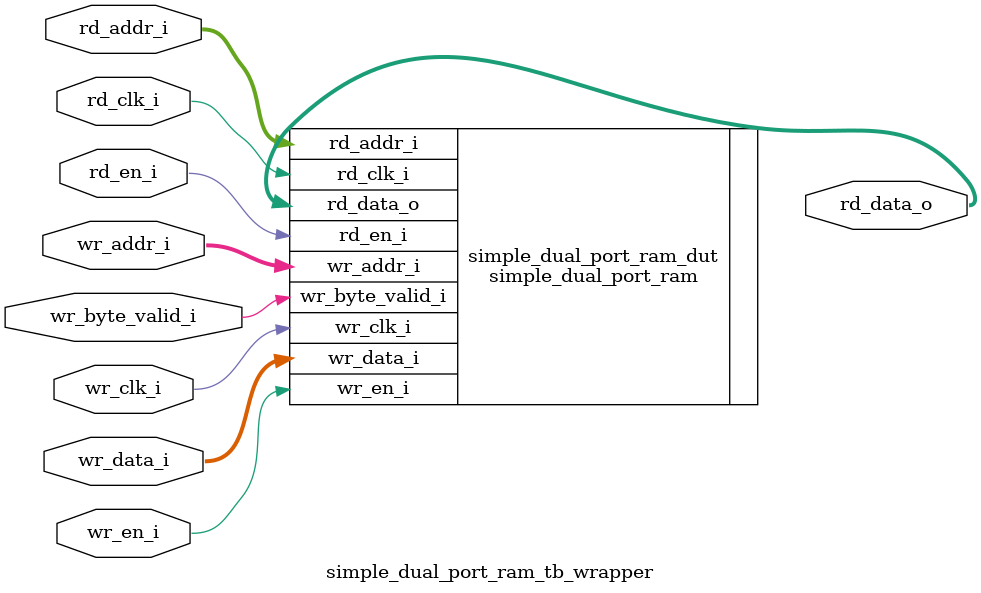
<source format=sv>
`timescale 1ns / 1ps

module simple_dual_port_ram_tb_wrapper #
(
  parameter unsigned DATA_WIDTH = 8,
  parameter unsigned ADDR_WIDTH = 8,
  
  parameter          IS_OUT_LATENCY = "false",  //"true", "false"

  parameter          INIT_FILE  = "ram_init.mem",

  localparam integer BYTE_VALID_WIDTH = DATA_WIDTH / 8
)
(
  input  logic                            wr_clk_i,

  input  logic                            wr_en_i,
  input  logic [DATA_WIDTH - 1 : 0]       wr_data_i,
  input  logic [BYTE_VALID_WIDTH - 1 : 0] wr_byte_valid_i,
  input  logic [ADDR_WIDTH - 1 : 0]       wr_addr_i,

  input  logic                            rd_clk_i,

  input  logic                            rd_en_i,
  output logic [DATA_WIDTH - 1 : 0]       rd_data_o,
  input  logic [ADDR_WIDTH - 1 : 0]       rd_addr_i
);

  simple_dual_port_ram #
  (
    .DATA_WIDTH      (DATA_WIDTH   ),
    .ADDR_WIDTH     (ADDR_WIDTH    ),

    .IS_OUT_LATENCY (IS_OUT_LATENCY),

    .INIT_FILE      (INIT_FILE     )
  )
  simple_dual_port_ram_dut (
    .wr_clk_i        (wr_clk_i       ),
    
    .wr_en_i         (wr_en_i        ),
    .wr_data_i       (wr_data_i      ),
    .wr_byte_valid_i (wr_byte_valid_i),
    .wr_addr_i       (wr_addr_i      ),

    .rd_clk_i        (rd_clk_i       ),

    .rd_en_i         (rd_en_i        ),
    .rd_data_o       (rd_data_o      ),
    .rd_addr_i       (rd_addr_i      )
  );

  initial begin
    $dumpfile("dump.vcd");
    $dumpvars(1, simple_dual_port_ram_tb_wrapper);
  end

endmodule

</source>
